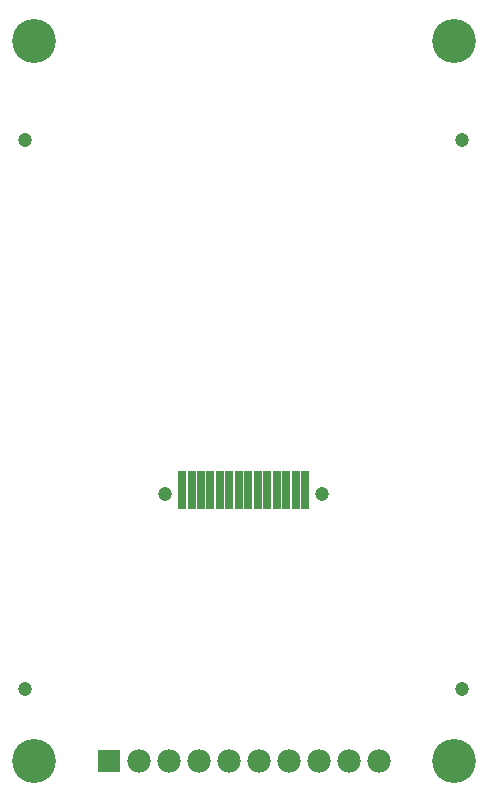
<source format=gbr>
G04 EAGLE Gerber RS-274X export*
G75*
%MOMM*%
%FSLAX34Y34*%
%LPD*%
%INSoldermask Bottom*%
%IPPOS*%
%AMOC8*
5,1,8,0,0,1.08239X$1,22.5*%
G01*
%ADD10C,3.719200*%
%ADD11C,1.203200*%
%ADD12R,0.703200X3.203200*%
%ADD13R,1.981200X1.981200*%
%ADD14C,1.981200*%


D10*
X-177800Y-330200D03*
X177800Y279400D03*
X-177800Y279400D03*
X177800Y-330200D03*
D11*
X66500Y-103910D03*
X-66500Y-103910D03*
D12*
X52000Y-100410D03*
X44000Y-100410D03*
X36000Y-100410D03*
X28000Y-100410D03*
X20000Y-100410D03*
X12000Y-100410D03*
X4000Y-100410D03*
X-4000Y-100410D03*
X-12000Y-100410D03*
X-20000Y-100410D03*
X-28000Y-100410D03*
X-36000Y-100410D03*
X-44000Y-100410D03*
X-52000Y-100410D03*
D11*
X-185000Y195390D03*
X185000Y195390D03*
X185000Y-269610D03*
X-185000Y-269610D03*
D13*
X-114300Y-330000D03*
D14*
X-88900Y-330000D03*
X-63500Y-330000D03*
X-38100Y-330000D03*
X-12700Y-330000D03*
X12700Y-330000D03*
X38100Y-330000D03*
X63500Y-330000D03*
X88900Y-330000D03*
X114300Y-330000D03*
M02*

</source>
